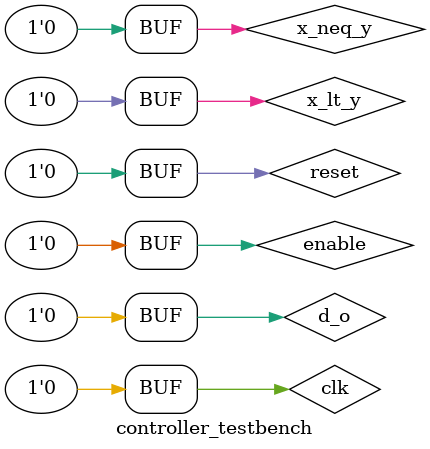
<source format=v>
`timescale 1ns / 1ps


module controller_testbench;

	// Inputs
	reg enable;
	reg d_o;
	reg clk;
	reg reset;
	reg x_neq_y;
	reg x_lt_y;

	// Outputs
	wire x_ld;
	wire y_ld;
	wire x_sel;
	wire y_sel;
	wire d_o_ld;
	wire [3:0] x_i;
	wire [3:0] y_i;

	// Instantiate the Unit Under Test (UUT)
	controller uut (
		.x_ld(x_ld), 
		.y_ld(y_ld), 
		.x_sel(x_sel), 
		.y_sel(y_sel), 
		.d_o_ld(d_o_ld), 
		.enable(enable), 
		.x_i(x_i), 
		.y_i(y_i), 
		.d_o(d_o), 
		.clk(clk), 
		.reset(reset), 
		.x_neq_y(x_neq_y), 
		.x_lt_y(x_lt_y)
	);

	initial begin
		// Initialize Inputs
		enable = 0;
		d_o = 0;
		clk = 0;
		reset = 0;
		x_neq_y = 0;
		x_lt_y = 0;

		// Wait 100 ns for global reset to finish
		#100;
        
		// Add stimulus here

	end
      
endmodule


</source>
